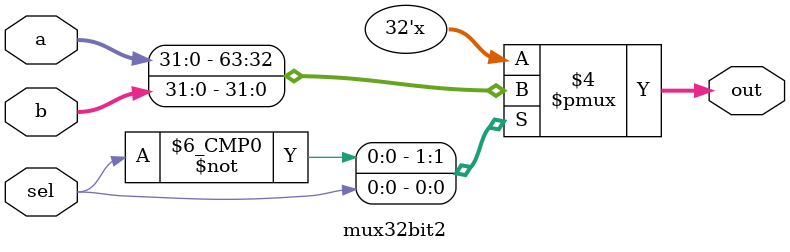
<source format=v>
module Control_Unit(opcode , Branch, Jump , ImmSrc , ResultSrc , ALUOp , MemWrite , ALUSrc , RegWrite);
input [6:0] opcode;
output reg Branch , Jump , MemWrite , ALUSrc , RegWrite;
output reg [1:0] ImmSrc , ALUOp ,  ResultSrc;
always @(*) begin 
case (opcode)
7'b0110011 : {ALUSrc , ResultSrc , ImmSrc , RegWrite , MemWrite , Branch , ALUOp , Jump} = 11'b0_00_xx_1_0_0_10_0;
7'b0000011 : {ALUSrc , ResultSrc , ImmSrc , RegWrite , MemWrite , Branch , ALUOp , Jump} = 11'b1_01_00_1_0_0_00_0;
7'b0100011 : {ALUSrc , ResultSrc , ImmSrc , RegWrite , MemWrite , Branch , ALUOp , Jump} = 11'b1_xx_01_0_1_0_00_0;
7'b1100011 : {ALUSrc , ResultSrc , ImmSrc , RegWrite , MemWrite , Branch , ALUOp , Jump} = 11'b0_xx_10_0_0_1_01_0;
7'b0010011 : {ALUSrc , ResultSrc , ImmSrc , RegWrite , MemWrite , Branch , ALUOp , Jump} = 11'b1_00_00_1_0_0_10_0;
7'b1101111 : {ALUSrc , ResultSrc , ImmSrc , RegWrite , MemWrite , Branch , ALUOp , Jump} = 11'bx_10_11_1_0_0_xx_1;
default    : {ALUSrc , ResultSrc , ImmSrc , RegWrite , MemWrite , Branch , ALUOp , Jump} = 11'bx_xx_xx_x_x_x_xx_x;
endcase
end
endmodule
module ALU_Control(ALUOp , Funct3 , Funct7 , op , Operation);
input [1:0] ALUOp;
input [2:0] Funct3;
input Funct7 , op;
output reg [2:0] Operation;

always @(*) begin
case(ALUOp)
2'b00: Operation = 3'b000;  // add for load/store
2'b01: Operation = 3'b001;  // sub for branch
2'b10: begin               // R-type/I-type
case(Funct3)
3'b000: Operation = (op && Funct7) ? 3'b001 : 3'b000; // sub if R-type and Funct7=1, add otherwise
 3'b010: Operation = 3'b101; // slt
                3'b110: Operation = 3'b011; // or
                3'b111: Operation = 3'b010; // and
                default: Operation = 3'b000;
            endcase
        end
        default: Operation = 3'b000;
    endcase
end
endmodule
module CU(Zero , opcode , Funct3 , Funct7 , PCSrc , ResultSrc , MemWrite , ALUSrc , ImmSrc , RegWrite , Operation);
input Zero;
input [6:0] opcode ,Funct7;
input [2:0] Funct3;
output  PCSrc , MemWrite , ALUSrc , RegWrite;
output  [1:0] ImmSrc , ResultSrc;
output  [2:0] Operation;
wire Branch , Jump;
wire [1:0] ALUOp;
Control_Unit c(opcode , Branch , Jump , ImmSrc , ResultSrc , ALUOp , MemWrite , ALUSrc , RegWrite);
ALU_Control  a(ALUOp , Funct3 , Funct7[5] , opcode[5] , Operation);
assign PCSrc = Jump | (Zero & Branch);
endmodule



module registerFile (
    input wire clk,             // Clock signal
    input wire RegWrite,        // Write enable signal
    input wire [4:0] RS1,       // Source register 1 (5 bits, selects one of 32 registers)
    input wire [4:0] RS2,       // Source register 2 (5 bits, selects another of 32 registers)
    input wire [4:0] RD,        // Destination register (5 bits, selects the register to write to)
    input wire [31:0] WriteData, // Data to be written to register RD (32 bits wide)
    output wire [31:0] ReadData1, // Data read from register RS1 (32 bits wide)
    output wire [31:0] ReadData2  // Data read from register RS2 (32 bits wide)
);

    // 32 registers, each 32 bits wide
    reg [31:0] Registers [31:0];  

    // Initialize registers with random values
    integer i;
    initial begin
        for (i = 0; i < 32; i = i + 1)
            Registers[i] = i;  // Initialize with random values for simulation
    end

    // Read operation (asynchronous)
    assign ReadData1 = Registers[RS1];  // Read register RS1
    assign ReadData2 = Registers[RS2];  // Read register RS2

    // Write operation (synchronous, on positive clock edge)
    always @(posedge clk) begin
        if (RegWrite) begin
            Registers[RD] <= WriteData;  
        end
    end

endmodule



module alu(a, b, op, res, zero);
input [31:0] a, b; 
input [2:0] op;
output reg zero;
output reg [31:0] res;

always @(*) begin
    case(op)
        3'b000: res = a + b;    // ADD
        3'b001: res = a - b;    // SUB
        3'b101: res = a < b;    // SLT
        3'b011: res = a | b;    // OR
        3'b010: res = a & b;    // AND
        default: res = 32'b0;
    endcase
    
    zero = (res == 32'b0) ? 1'b1 : 1'b0;
end
endmodule



module imm_data_gen(instruction , ImmSrc , imm_data);
input [31:0] instruction;
input [1:0] ImmSrc;
output reg [31:0] imm_data;
always @(*) begin
    case(ImmSrc)
        2'b00: imm_data = {{20{instruction[31]}}, instruction[31:20]};
        2'b01: imm_data = {{20{instruction[31]}}, instruction[31:25], instruction[11:7]};
        2'b10: imm_data = {{20{instruction[31]}}, instruction[7], instruction[30:25], instruction[11:8], 1'b0};
        2'b11: imm_data = {{12{instruction[31]}}, instruction[19:12], instruction[20], instruction[30:21], 1'b0};
        default: imm_data = 32'b0; 
    endcase
end
endmodule


module Data_Memory(
    input wire [31:0] Mem_Addr,    
    input wire [31:0] Write_Data,  
    input wire clk,                
    input wire MemWrite,           
    output wire [31:0] Read_Data   
);

    reg [7:0] memory [63:0];       

    integer i;
    initial begin
        for (i = 0; i < 64; i = i + 1)
            memory[i] = i;
    end

    assign Read_Data = {memory[Mem_Addr + 3], memory[Mem_Addr + 2], memory[Mem_Addr + 1], memory[Mem_Addr]};

    always @(posedge clk) begin
        if (MemWrite) begin
            {memory[Mem_Addr + 3], memory[Mem_Addr + 2], memory[Mem_Addr + 1], memory[Mem_Addr]} = Write_Data;
        end
    end
endmodule




module Program_Counter (clk , rst , PC_In , PC_Out);
input clk , rst;
input [31:0] PC_In;
output reg [31:0] PC_Out;
always @(posedge clk) begin
if (rst)
PC_Out <= 0;
else
PC_Out <= PC_In;
end
endmodule 


module adder (a , b , out);
input [31:0] a , b;
output [31:0] out;
assign out = a + b ; 
endmodule


module Instruction_Memory(Inst_Address , Instruction); 
input wire [31:0] Inst_Address;   
output reg [31:0] Instruction; 
reg [7:0] memory [15:0];
    initial begin
        memory[0] = 8'b00000011;
        memory[1] = 8'b10100011;
        memory[2] = 8'b11000100;
        memory[3] = 8'b11111111;
        memory[4] = 8'b00100011;
        memory[5] = 8'b10100100;
        memory[6] = 8'b01100100;
        memory[7] = 8'b00000000;
        memory[8] = 8'b00110011;
        memory[9] = 8'b11100010;
        memory[10] = 8'b01100010;
        memory[11] = 8'b00000000;

        memory[12] = 8'b11100011;
        memory[13] = 8'b00001010;
        memory[14] = 8'b01000010;
        memory[15] = 8'b11111110;
    end


always @(*) begin
        Instruction = {memory[Inst_Address + 3], memory[Inst_Address + 2], memory[Inst_Address + 1], memory[Inst_Address]};
    end 
endmodule


module mux32bit(a,b,c,sel,out);
input [31:0] a,b,c;
input [1:0] sel;
output reg [31:0] out; 
always @(*) begin 
case(sel)
2'b00 : out <= a;
2'b01 : out <= b;
2'b10 : out <= c;
default: out <=32'b0;
endcase
end
endmodule


module mux32bit2(a,b,sel,out);
input [31:0] a,b;
input  sel;
output reg [31:0] out; 
always @(*) begin 
case(sel)
2'b0 : out <= a;
2'b1 : out <= b;
default: out <=32'b0;
endcase
end
endmodule






</source>
